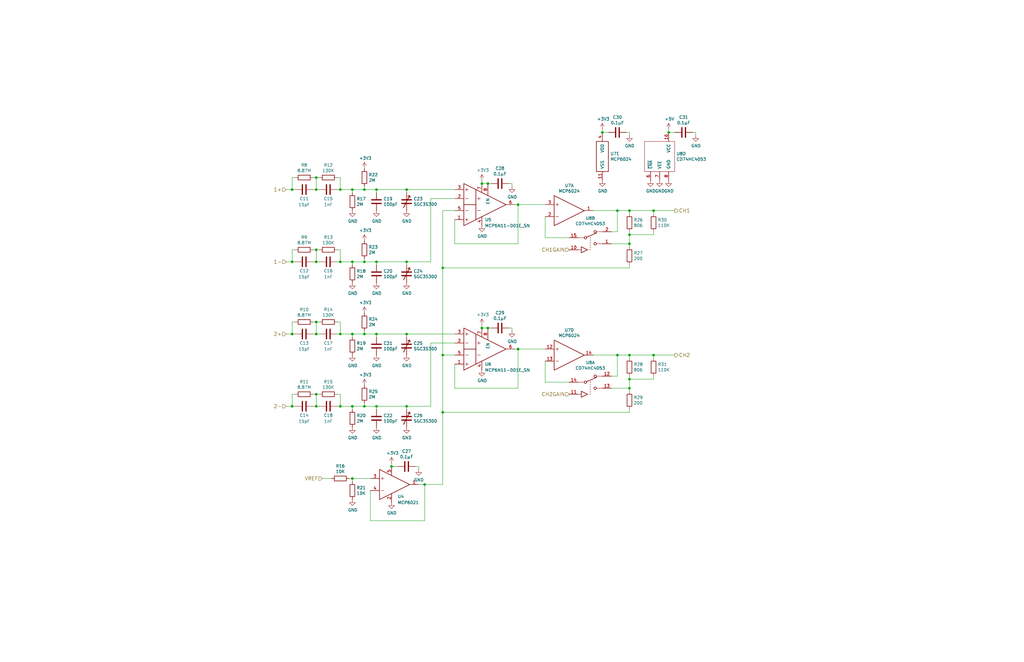
<source format=kicad_sch>
(kicad_sch (version 20211123) (generator eeschema)
  (paper "B")
  (title_block (title "Scope") (date "2021-06-14") (company "Olin College"))
  (lib_symbols
    (symbol "Device:C" (pin_numbers hide) (pin_names (offset 0.254))
      (property "Reference" "C" (at 0.635 2.54 0))
      (property "Value" "C" (at 0.635 -2.54 0))
      (symbol "C_0_1"
        (polyline (pts (xy -2.032 -0.762) (xy 2.032 -0.762)) (stroke (width 0.508)))
        (polyline (pts (xy -2.032 0.762) (xy 2.032 0.762)) (stroke (width 0.508)))
      )
      (symbol "C_1_1"
        (pin passive line (at 0 3.81 270) (length 2.794) (name "~") (number "1"))
        (pin passive line (at 0 -3.81 90) (length 2.794) (name "~") (number "2"))
      )
    )
    (symbol "Device:C_Variable" (pin_numbers hide) (pin_names (offset 0.254) hide)
      (property "Reference" "C" (at 0.635 -1.905 0))
      (property "Value" "C_Variable" (at 0.635 -3.81 0))
      (symbol "C_Variable_0_1"
        (polyline (pts (xy -2.032 -0.762) (xy 2.032 -0.762)) (stroke (width 0.508)))
        (polyline (pts (xy -2.032 0.762) (xy 2.032 0.762)) (stroke (width 0.508)))
        (polyline (pts (xy 1.27 2.54) (xy -1.27 -2.54)) (stroke (width 0.3048)))
        (polyline (pts (xy 1.27 2.54) (xy 0.508 2.286)) (stroke (width 0.3048)))
        (polyline (pts (xy 1.27 2.54) (xy 1.524 1.778)) (stroke (width 0.3048)))
      )
      (symbol "C_Variable_1_1"
        (pin passive line (at 0 3.81 270) (length 3.048) (name "~") (number "1"))
        (pin passive line (at 0 -3.81 90) (length 3.048) (name "~") (number "2"))
      )
    )
    (symbol "Device:R" (pin_numbers hide) (pin_names (offset 0))
      (property "Reference" "R" (at 2.032 0 90))
      (property "Value" "R" (at 0 0 90))
      (symbol "R_0_1"
        (rectangle (start -1.016 -2.54) (end 1.016 2.54) (stroke (width 0.254)))
      )
      (symbol "R_1_1"
        (pin passive line (at 0 3.81 270) (length 1.27) (name "~") (number "1"))
        (pin passive line (at 0 -3.81 90) (length 1.27) (name "~") (number "2"))
      )
    )
    (symbol "Eclectronics:CD74HC4053" (pin_names (offset 1.016))
      (property "Reference" "U" (at -5.08 10.16 0))
      (property "Value" "CD74HC4053" (at -5.08 7.62 0))
      (symbol "CD74HC4053_1_1"
        (circle (center -2.032 0) (radius 0.508) (stroke (width 0.254)))
        (polyline (pts (xy -3.81 -5.08) (xy -5.08 -5.08)))
        (polyline (pts (xy -2.54 0) (xy -5.08 0)))
        (polyline (pts (xy -1.524 0.254) (xy 2.667 2.032)) (stroke (width 0.254)))
        (polyline (pts (xy -1.27 -5.08) (xy -0.762 -5.08)))
        (polyline (pts (xy 0 -4.318) (xy 0 -3.81)))
        (polyline (pts (xy 0 -3.302) (xy 0 -2.794)))
        (polyline (pts (xy 0 -2.286) (xy 0 -1.778)))
        (polyline (pts (xy 0 -1.27) (xy 0 -0.762)))
        (polyline (pts (xy 0 -0.254) (xy 0 0.254)))
        (polyline (pts (xy 2.54 -2.54) (xy 5.08 -2.54)))
        (polyline (pts (xy 2.54 2.54) (xy 5.08 2.54)))
        (polyline (pts (xy -0.254 -5.08) (xy 0 -5.08) (xy 0 -4.826)))
        (polyline (pts (xy -3.81 -3.81) (xy -1.27 -5.08) (xy -3.81 -6.35) (xy -3.81 -3.81)) (stroke (width 0.254)))
        (circle (center 2.032 -2.54) (radius 0.508) (stroke (width 0.254)))
        (circle (center 2.032 2.54) (radius 0.508) (stroke (width 0.254)))
        (pin input line (at -8.89 -5.08 0) (length 3.81) (name "~") (number "11"))
        (pin passive line (at 8.89 2.54 180) (length 3.81) (name "~") (number "12"))
        (pin passive line (at 8.89 -2.54 180) (length 3.81) (name "~") (number "13"))
        (pin passive line (at -8.89 0 0) (length 3.81) (name "~") (number "14"))
      )
      (symbol "CD74HC4053_2_1"
        (circle (center -2.032 0) (radius 0.508) (stroke (width 0.254)))
        (polyline (pts (xy -5.08 -5.08) (xy -3.81 -5.08)))
        (polyline (pts (xy -2.54 0) (xy -5.08 0)))
        (polyline (pts (xy -1.524 0.254) (xy 2.667 2.032)) (stroke (width 0.254)))
        (polyline (pts (xy -1.27 -5.08) (xy -0.762 -5.08)))
        (polyline (pts (xy 0 -4.318) (xy 0 -3.81)))
        (polyline (pts (xy 0 -3.302) (xy 0 -2.794)))
        (polyline (pts (xy 0 -2.286) (xy 0 -1.778)))
        (polyline (pts (xy 0 -0.254) (xy 0 0.254)))
        (polyline (pts (xy 2.54 -2.54) (xy 5.08 -2.54)))
        (polyline (pts (xy 2.54 2.54) (xy 5.08 2.54)))
        (polyline (pts (xy -0.254 -5.08) (xy 0 -5.08) (xy 0 -4.826)))
        (polyline (pts (xy 0 -1.27) (xy 0 -0.762) (xy 0 -1.016)))
        (polyline (pts (xy -3.81 -5.08) (xy -3.81 -3.81) (xy -1.27 -5.08) (xy -3.81 -6.35) (xy -3.81 -5.08)) (stroke (width 0.254)))
        (circle (center 2.032 -2.54) (radius 0.508) (stroke (width 0.254)))
        (circle (center 2.032 2.54) (radius 0.508) (stroke (width 0.254)))
        (pin passive line (at 8.89 -2.54 180) (length 3.81) (name "~") (number "1"))
        (pin input line (at -8.89 -5.08 0) (length 3.81) (name "~") (number "10"))
        (pin passive line (at -8.89 0 0) (length 3.81) (name "~") (number "15"))
        (pin passive line (at 8.89 2.54 180) (length 3.81) (name "~") (number "2"))
      )
      (symbol "CD74HC4053_3_1"
        (circle (center -2.032 0) (radius 0.508) (stroke (width 0.254)))
        (polyline (pts (xy -5.08 -5.08) (xy -3.81 -5.08)))
        (polyline (pts (xy -2.54 0) (xy -5.08 0)))
        (polyline (pts (xy -1.524 0.254) (xy 2.667 2.032)) (stroke (width 0.254)))
        (polyline (pts (xy -1.27 -5.08) (xy -0.762 -5.08)))
        (polyline (pts (xy 0 -4.318) (xy 0 -3.81)))
        (polyline (pts (xy 0 -3.302) (xy 0 -2.794)))
        (polyline (pts (xy 0 -2.286) (xy 0 -1.778)))
        (polyline (pts (xy 0 -0.254) (xy 0 0.254)))
        (polyline (pts (xy 2.54 -2.54) (xy 5.08 -2.54)))
        (polyline (pts (xy 2.54 2.54) (xy 5.08 2.54)))
        (polyline (pts (xy -0.254 -5.08) (xy 0 -5.08) (xy 0 -4.826)))
        (polyline (pts (xy 0 -1.27) (xy 0 -0.762) (xy 0 -1.016)))
        (polyline (pts (xy -3.81 -5.08) (xy -3.81 -3.81) (xy -1.27 -5.08) (xy -3.81 -6.35) (xy -3.81 -5.08)) (stroke (width 0.254)))
        (circle (center 2.032 -2.54) (radius 0.508) (stroke (width 0.254)))
        (circle (center 2.032 2.54) (radius 0.508) (stroke (width 0.254)))
        (pin passive line (at 8.89 -2.54 180) (length 3.81) (name "~") (number "3"))
        (pin passive line (at -8.89 0 0) (length 3.81) (name "~") (number "4"))
        (pin passive line (at 8.89 2.54 180) (length 3.81) (name "~") (number "5"))
        (pin input line (at -8.89 -5.08 0) (length 3.81) (name "~") (number "9"))
      )
      (symbol "CD74HC4053_4_1"
        (rectangle (start -6.35 6.35) (end 6.35 -6.35))
        (pin power_in line (at 3.81 10.16 270) (length 3.81) (name "VCC") (number "16"))
        (pin input line (at -3.81 -10.16 90) (length 3.81) (name "~{ENA}") (number "6"))
        (pin power_in line (at 0 -10.16 90) (length 3.81) (name "VEE") (number "7"))
        (pin power_in line (at 3.81 -10.16 90) (length 3.81) (name "GND") (number "8"))
      )
    )
    (symbol "Eclectronics:MCP6021"
      (property "Reference" "U" (at 2.54 -3.81 0))
      (property "Value" "MCP6021" (at 2.54 -6.35 0))
      (symbol "MCP6021_0_1"
        (polyline (pts (xy -4.445 -2.54) (xy -3.175 -2.54)))
        (polyline (pts (xy -4.445 2.54) (xy -3.175 2.54)))
        (polyline (pts (xy -3.81 3.175) (xy -3.81 1.905)))
        (polyline (pts (xy -5.08 6.35) (xy 7.62 0) (xy -5.08 -6.35) (xy -5.08 6.35)) (stroke (width 0.254)))
        (pin power_in line (at 0 -7.62 90) (length 3.81) (name "~") (number "2"))
        (pin power_in line (at 0 7.62 270) (length 3.81) (name "~") (number "5"))
      )
      (symbol "MCP6021_1_1"
        (pin output line (at 11.43 0 180) (length 3.81) (name "~") (number "1"))
        (pin input line (at -8.89 2.54 0) (length 3.81) (name "~") (number "3"))
        (pin input line (at -8.89 -2.54 0) (length 3.81) (name "~") (number "4"))
      )
    )
    (symbol "Eclectronics:MCP6024" (pin_names (offset 1.016))
      (property "Reference" "U" (at 6.35 -3.81 0))
      (property "Value" "MCP6024" (at 6.35 -6.35 0))
      (symbol "MCP6024_1_1"
        (polyline (pts (xy -4.445 -2.54) (xy -3.175 -2.54)))
        (polyline (pts (xy -4.445 2.54) (xy -3.175 2.54)))
        (polyline (pts (xy -3.81 3.175) (xy -3.81 1.905)))
        (polyline (pts (xy -5.08 0) (xy -5.08 6.35) (xy 7.62 0) (xy -5.08 -6.35) (xy -5.08 0)) (stroke (width 0.254)))
        (pin output line (at 11.43 0 180) (length 3.81) (name "~") (number "1"))
        (pin input line (at -8.89 -2.54 0) (length 3.81) (name "~") (number "2"))
        (pin input line (at -8.89 2.54 0) (length 3.81) (name "~") (number "3"))
      )
      (symbol "MCP6024_2_1"
        (polyline (pts (xy -4.445 -2.54) (xy -3.175 -2.54)))
        (polyline (pts (xy -4.445 2.54) (xy -3.175 2.54)))
        (polyline (pts (xy -3.81 3.175) (xy -3.81 1.905)))
        (polyline (pts (xy -5.08 0) (xy -5.08 6.35) (xy 7.62 0) (xy -5.08 -6.35) (xy -5.08 0)) (stroke (width 0.254)))
        (pin output line (at -8.89 2.54 0) (length 3.81) (name "~") (number "5"))
        (pin output line (at -8.89 -2.54 0) (length 3.81) (name "~") (number "6"))
        (pin output line (at 11.43 0 180) (length 3.81) (name "~") (number "7"))
      )
      (symbol "MCP6024_3_1"
        (polyline (pts (xy -4.445 -2.54) (xy -3.175 -2.54)))
        (polyline (pts (xy -4.445 2.54) (xy -3.175 2.54)))
        (polyline (pts (xy -3.81 3.175) (xy -3.81 1.905)))
        (polyline (pts (xy -5.08 0) (xy -5.08 6.35) (xy 7.62 0) (xy -5.08 -6.35) (xy -5.08 0)) (stroke (width 0.254)))
        (pin input line (at -8.89 2.54 0) (length 3.81) (name "~") (number "10"))
        (pin output line (at 11.43 0 180) (length 3.81) (name "~") (number "8"))
        (pin input line (at -8.89 -2.54 0) (length 3.81) (name "~") (number "9"))
      )
      (symbol "MCP6024_4_1"
        (polyline (pts (xy -4.445 -2.54) (xy -3.175 -2.54)))
        (polyline (pts (xy -4.445 2.54) (xy -3.175 2.54)))
        (polyline (pts (xy -3.81 3.175) (xy -3.81 1.905)))
        (polyline (pts (xy -5.08 0) (xy -5.08 6.35) (xy 7.62 0) (xy -5.08 -6.35) (xy -5.08 0)) (stroke (width 0.254)))
        (pin input line (at -8.89 2.54 0) (length 3.81) (name "~") (number "12"))
        (pin input line (at -8.89 -2.54 0) (length 3.81) (name "~") (number "13"))
        (pin output line (at 11.43 0 180) (length 3.81) (name "~") (number "14"))
      )
      (symbol "MCP6024_5_1"
        (rectangle (start 2.54 -6.35) (end -2.54 6.35) (stroke (width 0.254)))
        (pin power_in line (at 0 -10.16 90) (length 3.81) (name "VSS") (number "11"))
        (pin power_in line (at 0 10.16 270) (length 3.81) (name "VDD") (number "4"))
      )
    )
    (symbol "Eclectronics:MCP6N11-001E_SN" (pin_names (offset 1.016))
      (property "Reference" "U" (at 7.62 -3.81 0))
      (property "Value" "MCP6N11-001E_SN" (at 7.62 -6.35 0))
      (symbol "MCP6N11-001E_SN_0_1"
        (polyline (pts (xy -7.62 0) (xy -2.54 0)) (stroke (width 0.254)))
        (polyline (pts (xy -6.985 -6.35) (xy -5.715 -6.35)))
        (polyline (pts (xy -6.985 -2.54) (xy -5.715 -2.54)))
        (polyline (pts (xy -6.985 2.54) (xy -5.715 2.54)))
        (polyline (pts (xy -6.985 6.35) (xy -5.715 6.35)))
        (polyline (pts (xy -6.35 -5.715) (xy -6.35 -6.985)))
        (polyline (pts (xy -6.35 6.985) (xy -6.35 5.715)))
        (polyline (pts (xy -1.905 -2.54) (xy -0.635 -2.54)))
        (polyline (pts (xy -1.905 2.54) (xy -0.635 2.54)))
        (polyline (pts (xy -1.27 3.175) (xy -1.27 1.905)))
        (polyline (pts (xy -2.54 6.35) (xy -7.62 8.89) (xy -7.62 -8.89) (xy -2.54 -6.35)) (stroke (width 0.254)))
        (polyline (pts (xy -2.54 0) (xy -2.54 6.35) (xy 10.16 0) (xy -2.54 -6.35) (xy -2.54 0)) (stroke (width 0.254)))
      )
      (symbol "MCP6N11-001E_SN_1_1"
        (pin input line (at -11.43 -6.35 0) (length 3.81) (name "~") (number "1"))
        (pin input line (at -11.43 2.54 0) (length 3.81) (name "~") (number "2"))
        (pin input line (at -11.43 6.35 0) (length 3.81) (name "~") (number "3"))
        (pin power_in line (at 0 -8.89 90) (length 3.81) (name "~") (number "4"))
        (pin input line (at -11.43 -2.54 0) (length 3.81) (name "~") (number "5"))
        (pin output line (at 13.97 0 180) (length 3.81) (name "~") (number "6"))
        (pin power_in line (at 0 8.89 270) (length 3.81) (name "~") (number "7"))
        (pin input line (at 2.54 8.89 270) (length 5.08) (name "EN") (number "8"))
      )
    )
    (symbol "power:+3V3" (power) (pin_names (offset 0))
      (property "Value" "+3V3" (at 0 3.556 0))
      (symbol "+3V3_0_1"
        (polyline (pts (xy -0.762 1.27) (xy 0 2.54)))
        (polyline (pts (xy 0 0) (xy 0 2.54)))
        (polyline (pts (xy 0 2.54) (xy 0.762 1.27)))
      )
      (symbol "+3V3_1_1"
        (pin power_in line (at 0 0 90) (length 0) hide (name "+3V3") (number "1"))
      )
    )
    (symbol "power:+5V" (power) (pin_names (offset 0))
      (property "Value" "+5V" (at 0 3.556 0))
      (symbol "+5V_0_1"
        (polyline (pts (xy -0.762 1.27) (xy 0 2.54)))
        (polyline (pts (xy 0 0) (xy 0 2.54)))
        (polyline (pts (xy 0 2.54) (xy 0.762 1.27)))
      )
      (symbol "+5V_1_1"
        (pin power_in line (at 0 0 90) (length 0) hide (name "+5V") (number "1"))
      )
    )
    (symbol "power:GND" (power) (pin_names (offset 0))
      (property "Value" "GND" (at 0 -3.81 0))
      (symbol "GND_0_1"
        (polyline (pts (xy 0 0) (xy 0 -1.27) (xy 1.27 -1.27) (xy 0 -2.54) (xy -1.27 -1.27) (xy 0 -1.27)))
      )
      (symbol "GND_1_1"
        (pin power_in line (at 0 0 270) (length 0) hide (name "GND") (number "1"))
      )
    )
  )
  (junction (at 218.44 86.36))
  (junction (at 158.75 80.01))
  (junction (at 275.59 88.9))
  (junction (at 123.19 140.97))
  (junction (at 265.43 102.87))
  (junction (at 171.45 110.49))
  (junction (at 153.67 140.97))
  (junction (at 133.35 166.37))
  (junction (at 158.75 110.49))
  (junction (at 186.69 173.99))
  (junction (at 171.45 171.45))
  (junction (at 153.67 80.01))
  (junction (at 143.51 80.01))
  (junction (at 179.07 204.47))
  (junction (at 265.43 149.86))
  (junction (at 133.35 74.93))
  (junction (at 281.94 55.88))
  (junction (at 165.1 196.85))
  (junction (at 153.67 171.45))
  (junction (at 133.35 140.97))
  (junction (at 153.67 110.49))
  (junction (at 265.43 99.06))
  (junction (at 171.45 80.01))
  (junction (at 254 55.88))
  (junction (at 143.51 171.45))
  (junction (at 123.19 110.49))
  (junction (at 205.74 138.43))
  (junction (at 133.35 110.49))
  (junction (at 218.44 147.32))
  (junction (at 133.35 105.41))
  (junction (at 203.2 77.47))
  (junction (at 205.74 77.47))
  (junction (at 260.35 149.86))
  (junction (at 158.75 171.45))
  (junction (at 123.19 171.45))
  (junction (at 186.69 149.86))
  (junction (at 143.51 140.97))
  (junction (at 148.59 171.45))
  (junction (at 203.2 138.43))
  (junction (at 148.59 80.01))
  (junction (at 143.51 110.49))
  (junction (at 260.35 88.9))
  (junction (at 148.59 140.97))
  (junction (at 265.43 163.83))
  (junction (at 133.35 80.01))
  (junction (at 123.19 80.01))
  (junction (at 265.43 88.9))
  (junction (at 275.59 149.86))
  (junction (at 148.59 201.93))
  (junction (at 186.69 113.03))
  (junction (at 158.75 140.97))
  (junction (at 148.59 110.49))
  (junction (at 171.45 140.97))
  (junction (at 133.35 135.89))
  (junction (at 265.43 160.02))
  (junction (at 133.35 171.45))
  (wire (pts (xy 265.43 151.13) (xy 265.43 149.86)))
  (wire (pts (xy 240.03 161.29) (xy 229.87 161.29)))
  (wire (pts (xy 143.51 80.01) (xy 148.59 80.01)))
  (wire (pts (xy 143.51 80.01) (xy 142.24 80.01)))
  (wire (pts (xy 153.67 78.74) (xy 153.67 80.01)))
  (wire (pts (xy 153.67 109.22) (xy 153.67 110.49)))
  (wire (pts (xy 132.08 74.93) (xy 133.35 74.93)))
  (wire (pts (xy 133.35 80.01) (xy 133.35 74.93)))
  (wire (pts (xy 143.51 140.97) (xy 148.59 140.97)))
  (wire (pts (xy 120.65 110.49) (xy 123.19 110.49)))
  (wire (pts (xy 171.45 80.01) (xy 171.45 81.28)))
  (wire (pts (xy 171.45 80.01) (xy 191.77 80.01)))
  (wire (pts (xy 120.65 140.97) (xy 123.19 140.97)))
  (wire (pts (xy 281.94 54.61) (xy 281.94 55.88)))
  (wire (pts (xy 175.26 196.85) (xy 176.53 196.85)))
  (wire (pts (xy 254 55.88) (xy 256.54 55.88)))
  (wire (pts (xy 265.43 99.06) (xy 265.43 102.87)))
  (wire (pts (xy 153.67 110.49) (xy 158.75 110.49)))
  (wire (pts (xy 153.67 140.97) (xy 158.75 140.97)))
  (wire (pts (xy 148.59 140.97) (xy 153.67 140.97)))
  (wire (pts (xy 167.64 196.85) (xy 165.1 196.85)))
  (wire (pts (xy 123.19 80.01) (xy 123.19 74.93)))
  (wire (pts (xy 257.81 158.75) (xy 260.35 158.75)))
  (wire (pts (xy 142.24 74.93) (xy 143.51 74.93)))
  (wire (pts (xy 275.59 90.17) (xy 275.59 88.9)))
  (wire (pts (xy 133.35 171.45) (xy 134.62 171.45)))
  (wire (pts (xy 123.19 140.97) (xy 123.19 135.89)))
  (wire (pts (xy 171.45 140.97) (xy 171.45 142.24)))
  (wire (pts (xy 148.59 201.93) (xy 156.21 201.93)))
  (wire (pts (xy 265.43 90.17) (xy 265.43 88.9)))
  (wire (pts (xy 205.74 138.43) (xy 207.01 138.43)))
  (wire (pts (xy 181.61 171.45) (xy 171.45 171.45)))
  (wire (pts (xy 218.44 86.36) (xy 229.87 86.36)))
  (wire (pts (xy 133.35 166.37) (xy 134.62 166.37)))
  (wire (pts (xy 132.08 135.89) (xy 133.35 135.89)))
  (wire (pts (xy 148.59 81.28) (xy 148.59 80.01)))
  (wire (pts (xy 143.51 105.41) (xy 143.51 110.49)))
  (wire (pts (xy 265.43 149.86) (xy 275.59 149.86)))
  (wire (pts (xy 158.75 171.45) (xy 171.45 171.45)))
  (wire (pts (xy 265.43 163.83) (xy 265.43 160.02)))
  (wire (pts (xy 191.77 88.9) (xy 186.69 88.9)))
  (wire (pts (xy 165.1 196.85) (xy 165.1 195.58)))
  (wire (pts (xy 265.43 113.03) (xy 186.69 113.03)))
  (wire (pts (xy 205.74 77.47) (xy 203.2 77.47)))
  (wire (pts (xy 260.35 88.9) (xy 265.43 88.9)))
  (wire (pts (xy 265.43 173.99) (xy 186.69 173.99)))
  (wire (pts (xy 133.35 110.49) (xy 134.62 110.49)))
  (wire (pts (xy 153.67 139.7) (xy 153.67 140.97)))
  (wire (pts (xy 123.19 74.93) (xy 124.46 74.93)))
  (wire (pts (xy 143.51 166.37) (xy 143.51 171.45)))
  (wire (pts (xy 191.77 163.83) (xy 191.77 153.67)))
  (wire (pts (xy 158.75 81.28) (xy 158.75 80.01)))
  (wire (pts (xy 143.51 110.49) (xy 142.24 110.49)))
  (wire (pts (xy 171.45 171.45) (xy 171.45 172.72)))
  (wire (pts (xy 143.51 110.49) (xy 148.59 110.49)))
  (wire (pts (xy 186.69 113.03) (xy 186.69 149.86)))
  (wire (pts (xy 203.2 137.16) (xy 203.2 138.43)))
  (wire (pts (xy 123.19 135.89) (xy 124.46 135.89)))
  (wire (pts (xy 158.75 172.72) (xy 158.75 171.45)))
  (wire (pts (xy 132.08 166.37) (xy 133.35 166.37)))
  (wire (pts (xy 191.77 144.78) (xy 181.61 144.78)))
  (wire (pts (xy 148.59 110.49) (xy 153.67 110.49)))
  (wire (pts (xy 265.43 158.75) (xy 265.43 160.02)))
  (wire (pts (xy 158.75 110.49) (xy 171.45 110.49)))
  (wire (pts (xy 250.19 88.9) (xy 260.35 88.9)))
  (wire (pts (xy 132.08 80.01) (xy 133.35 80.01)))
  (wire (pts (xy 158.75 111.76) (xy 158.75 110.49)))
  (wire (pts (xy 265.43 111.76) (xy 265.43 113.03)))
  (wire (pts (xy 171.45 140.97) (xy 191.77 140.97)))
  (wire (pts (xy 179.07 219.71) (xy 156.21 219.71)))
  (wire (pts (xy 260.35 97.79) (xy 260.35 88.9)))
  (wire (pts (xy 123.19 105.41) (xy 124.46 105.41)))
  (wire (pts (xy 171.45 110.49) (xy 181.61 110.49)))
  (wire (pts (xy 147.32 201.93) (xy 148.59 201.93)))
  (wire (pts (xy 142.24 166.37) (xy 143.51 166.37)))
  (wire (pts (xy 123.19 171.45) (xy 123.19 166.37)))
  (wire (pts (xy 250.19 149.86) (xy 260.35 149.86)))
  (wire (pts (xy 186.69 149.86) (xy 186.69 173.99)))
  (wire (pts (xy 260.35 158.75) (xy 260.35 149.86)))
  (wire (pts (xy 120.65 80.01) (xy 123.19 80.01)))
  (wire (pts (xy 205.74 77.47) (xy 207.01 77.47)))
  (wire (pts (xy 132.08 171.45) (xy 133.35 171.45)))
  (wire (pts (xy 123.19 80.01) (xy 124.46 80.01)))
  (wire (pts (xy 265.43 172.72) (xy 265.43 173.99)))
  (wire (pts (xy 181.61 144.78) (xy 181.61 171.45)))
  (wire (pts (xy 148.59 80.01) (xy 153.67 80.01)))
  (wire (pts (xy 133.35 110.49) (xy 133.35 105.41)))
  (wire (pts (xy 275.59 160.02) (xy 275.59 158.75)))
  (wire (pts (xy 133.35 80.01) (xy 134.62 80.01)))
  (wire (pts (xy 143.51 74.93) (xy 143.51 80.01)))
  (wire (pts (xy 133.35 171.45) (xy 133.35 166.37)))
  (wire (pts (xy 148.59 171.45) (xy 153.67 171.45)))
  (wire (pts (xy 275.59 97.79) (xy 275.59 99.06)))
  (wire (pts (xy 176.53 204.47) (xy 179.07 204.47)))
  (wire (pts (xy 257.81 97.79) (xy 260.35 97.79)))
  (wire (pts (xy 275.59 151.13) (xy 275.59 149.86)))
  (wire (pts (xy 218.44 147.32) (xy 229.87 147.32)))
  (wire (pts (xy 215.9 77.47) (xy 215.9 78.74)))
  (wire (pts (xy 158.75 80.01) (xy 171.45 80.01)))
  (wire (pts (xy 176.53 196.85) (xy 176.53 198.12)))
  (wire (pts (xy 265.43 97.79) (xy 265.43 99.06)))
  (wire (pts (xy 133.35 105.41) (xy 134.62 105.41)))
  (wire (pts (xy 132.08 105.41) (xy 133.35 105.41)))
  (wire (pts (xy 148.59 142.24) (xy 148.59 140.97)))
  (wire (pts (xy 142.24 105.41) (xy 143.51 105.41)))
  (wire (pts (xy 265.43 160.02) (xy 275.59 160.02)))
  (wire (pts (xy 218.44 102.87) (xy 218.44 86.36)))
  (wire (pts (xy 260.35 149.86) (xy 265.43 149.86)))
  (wire (pts (xy 179.07 204.47) (xy 186.69 204.47)))
  (wire (pts (xy 275.59 149.86) (xy 284.48 149.86)))
  (wire (pts (xy 218.44 163.83) (xy 191.77 163.83)))
  (wire (pts (xy 229.87 91.44) (xy 229.87 100.33)))
  (wire (pts (xy 265.43 88.9) (xy 275.59 88.9)))
  (wire (pts (xy 148.59 203.2) (xy 148.59 201.93)))
  (wire (pts (xy 123.19 110.49) (xy 123.19 105.41)))
  (wire (pts (xy 133.35 140.97) (xy 134.62 140.97)))
  (wire (pts (xy 143.51 171.45) (xy 148.59 171.45)))
  (wire (pts (xy 135.89 201.93) (xy 139.7 201.93)))
  (wire (pts (xy 148.59 111.76) (xy 148.59 110.49)))
  (wire (pts (xy 293.37 55.88) (xy 293.37 57.15)))
  (wire (pts (xy 214.63 138.43) (xy 215.9 138.43)))
  (wire (pts (xy 229.87 100.33) (xy 240.03 100.33)))
  (wire (pts (xy 254 54.61) (xy 254 55.88)))
  (wire (pts (xy 186.69 88.9) (xy 186.69 113.03)))
  (wire (pts (xy 205.74 138.43) (xy 203.2 138.43)))
  (wire (pts (xy 158.75 140.97) (xy 171.45 140.97)))
  (wire (pts (xy 171.45 110.49) (xy 171.45 111.76)))
  (wire (pts (xy 218.44 86.36) (xy 217.17 86.36)))
  (wire (pts (xy 186.69 173.99) (xy 186.69 204.47)))
  (wire (pts (xy 123.19 110.49) (xy 124.46 110.49)))
  (wire (pts (xy 191.77 92.71) (xy 191.77 102.87)))
  (wire (pts (xy 229.87 161.29) (xy 229.87 152.4)))
  (wire (pts (xy 292.1 55.88) (xy 293.37 55.88)))
  (wire (pts (xy 132.08 110.49) (xy 133.35 110.49)))
  (wire (pts (xy 191.77 102.87) (xy 218.44 102.87)))
  (wire (pts (xy 132.08 140.97) (xy 133.35 140.97)))
  (wire (pts (xy 281.94 55.88) (xy 284.48 55.88)))
  (wire (pts (xy 133.35 135.89) (xy 134.62 135.89)))
  (wire (pts (xy 257.81 102.87) (xy 265.43 102.87)))
  (wire (pts (xy 275.59 88.9) (xy 284.48 88.9)))
  (wire (pts (xy 191.77 149.86) (xy 186.69 149.86)))
  (wire (pts (xy 265.43 55.88) (xy 265.43 57.15)))
  (wire (pts (xy 153.67 171.45) (xy 158.75 171.45)))
  (wire (pts (xy 218.44 147.32) (xy 218.44 163.83)))
  (wire (pts (xy 143.51 135.89) (xy 143.51 140.97)))
  (wire (pts (xy 156.21 219.71) (xy 156.21 207.01)))
  (wire (pts (xy 203.2 76.2) (xy 203.2 77.47)))
  (wire (pts (xy 158.75 142.24) (xy 158.75 140.97)))
  (wire (pts (xy 153.67 170.18) (xy 153.67 171.45)))
  (wire (pts (xy 142.24 135.89) (xy 143.51 135.89)))
  (wire (pts (xy 123.19 171.45) (xy 124.46 171.45)))
  (wire (pts (xy 123.19 140.97) (xy 124.46 140.97)))
  (wire (pts (xy 123.19 166.37) (xy 124.46 166.37)))
  (wire (pts (xy 215.9 138.43) (xy 215.9 139.7)))
  (wire (pts (xy 275.59 99.06) (xy 265.43 99.06)))
  (wire (pts (xy 217.17 147.32) (xy 218.44 147.32)))
  (wire (pts (xy 265.43 104.14) (xy 265.43 102.87)))
  (wire (pts (xy 264.16 55.88) (xy 265.43 55.88)))
  (wire (pts (xy 265.43 165.1) (xy 265.43 163.83)))
  (wire (pts (xy 153.67 80.01) (xy 158.75 80.01)))
  (wire (pts (xy 181.61 110.49) (xy 181.61 83.82)))
  (wire (pts (xy 257.81 163.83) (xy 265.43 163.83)))
  (wire (pts (xy 143.51 171.45) (xy 142.24 171.45)))
  (wire (pts (xy 214.63 77.47) (xy 215.9 77.47)))
  (wire (pts (xy 179.07 204.47) (xy 179.07 219.71)))
  (wire (pts (xy 133.35 140.97) (xy 133.35 135.89)))
  (wire (pts (xy 148.59 172.72) (xy 148.59 171.45)))
  (wire (pts (xy 120.65 171.45) (xy 123.19 171.45)))
  (wire (pts (xy 133.35 74.93) (xy 134.62 74.93)))
  (wire (pts (xy 181.61 83.82) (xy 191.77 83.82)))
  (wire (pts (xy 143.51 140.97) (xy 142.24 140.97)))
  (hierarchical_label "2-" (shape input) (at 120.65 171.45 180) (effects (font (size 1.524 1.524))))
  (hierarchical_label "2+" (shape input) (at 120.65 140.97 180) (effects (font (size 1.524 1.524))))
  (hierarchical_label "CH2" (shape output) (at 284.48 149.86 0) (effects (font (size 1.524 1.524))))
  (hierarchical_label "VREF" (shape input) (at 135.89 201.93 180) (effects (font (size 1.524 1.524))))
  (hierarchical_label "CH1" (shape output) (at 284.48 88.9 0) (effects (font (size 1.524 1.524))))
  (hierarchical_label "1-" (shape input) (at 120.65 110.49 180) (effects (font (size 1.524 1.524))))
  (hierarchical_label "CH2GAIN" (shape input) (at 240.03 166.37 180) (effects (font (size 1.524 1.524))))
  (hierarchical_label "1+" (shape input) (at 120.65 80.01 180) (effects (font (size 1.524 1.524))))
  (hierarchical_label "CH1GAIN" (shape input) (at 240.03 105.41 180) (effects (font (size 1.524 1.524))))
  (symbol (lib_id "Eclectronics:MCP6021") (at 165.1 204.47 0) (unit 1)
    (property "Reference" "U4" (at 167.64 209.55 0) (effects (justify left)))
    (property "Value" "MCP6021" (at 167.64 212.09 0) (effects (justify left)))
    (property "Footprint" "Package_TO_SOT_SMD:SOT-23-5" (effects hide))
  )
  (symbol (lib_id "power:GND") (at 165.1 212.09 0) (unit 1)
    (property "Reference" "#PWR048" (effects hide))
    (property "Value" "GND" (at 165.227 216.4842 0))
  )
  (symbol (lib_id "power:+3V3") (at 165.1 195.58 0) (unit 1)
    (property "Reference" "#PWR047" (effects hide))
    (property "Value" "+3V3" (at 165.481 191.1858 0))
  )
  (symbol (lib_id "Device:C") (at 171.45 196.85 270) (unit 1)
    (property "Reference" "C27" (at 171.45 190.4492 90))
    (property "Value" "0.1µF" (at 171.45 192.7606 90))
    (property "Footprint" "Capacitor_SMD:C_0603_1608Metric" (effects hide))
  )
  (symbol (lib_id "power:GND") (at 176.53 198.12 0) (unit 1)
    (property "Reference" "#PWR053" (effects hide))
    (property "Value" "GND" (at 176.657 202.5142 0))
  )
  (symbol (lib_id "Device:R") (at 148.59 207.01 180) (unit 1)
    (property "Reference" "R21" (at 150.368 205.8416 0) (effects (justify right)))
    (property "Value" "10K" (at 150.368 208.153 0) (effects (justify right)))
    (property "Footprint" "Resistor_SMD:R_0603_1608Metric" (effects hide))
  )
  (symbol (lib_id "power:GND") (at 148.59 210.82 0) (unit 1)
    (property "Reference" "#PWR038" (effects hide))
    (property "Value" "GND" (at 148.717 215.2142 0))
  )
  (symbol (lib_id "Device:R") (at 143.51 201.93 270) (unit 1)
    (property "Reference" "R16" (at 143.51 196.6722 90))
    (property "Value" "10K" (at 143.51 198.9836 90))
    (property "Footprint" "Resistor_SMD:R_0603_1608Metric" (effects hide))
  )
  (symbol (lib_id "Device:R") (at 128.27 74.93 270) (unit 1)
    (property "Reference" "R8" (at 128.27 69.6722 90))
    (property "Value" "8.87M" (at 128.27 71.9836 90))
    (property "Footprint" "Resistor_SMD:R_0805_2012Metric" (effects hide))
  )
  (symbol (lib_id "Device:C_Variable") (at 171.45 85.09 0) (unit 1)
    (property "Reference" "C23" (at 174.371 83.9216 0) (effects (justify left)))
    (property "Value" "SGC3S300" (at 174.371 86.233 0) (effects (justify left)))
    (property "Footprint" "Capacitor_SMD:C_Trimmer_Sprague-Goodman_SGC3" (effects hide))
  )
  (symbol (lib_id "Device:C") (at 128.27 80.01 90) (unit 1)
    (property "Reference" "C11" (at 128.27 83.82 90))
    (property "Value" "15pF" (at 128.27 86.36 90))
    (property "Footprint" "Capacitor_SMD:C_0603_1608Metric" (effects hide))
  )
  (symbol (lib_id "Device:R") (at 138.43 74.93 270) (unit 1)
    (property "Reference" "R12" (at 138.43 69.6722 90))
    (property "Value" "130K" (at 138.43 71.9836 90))
    (property "Footprint" "Resistor_SMD:R_0603_1608Metric" (effects hide))
  )
  (symbol (lib_id "Device:C") (at 138.43 80.01 90) (unit 1)
    (property "Reference" "C15" (at 138.43 83.82 90))
    (property "Value" "1nF" (at 138.43 86.36 90))
    (property "Footprint" "Capacitor_SMD:C_0603_1608Metric" (effects hide))
  )
  (symbol (lib_id "Device:C") (at 158.75 85.09 0) (unit 1)
    (property "Reference" "C19" (at 161.671 83.9216 0) (effects (justify left)))
    (property "Value" "100pF" (at 161.671 86.233 0) (effects (justify left)))
    (property "Footprint" "Capacitor_SMD:C_0603_1608Metric" (effects hide))
  )
  (symbol (lib_id "Device:R") (at 153.67 74.93 180) (unit 1)
    (property "Reference" "R22" (at 155.448 73.7616 0) (effects (justify right)))
    (property "Value" "2M" (at 155.448 76.073 0) (effects (justify right)))
    (property "Footprint" "Resistor_SMD:R_0603_1608Metric" (effects hide))
  )
  (symbol (lib_id "Device:R") (at 148.59 85.09 180) (unit 1)
    (property "Reference" "R17" (at 150.368 83.9216 0) (effects (justify right)))
    (property "Value" "2M" (at 150.368 86.233 0) (effects (justify right)))
    (property "Footprint" "Resistor_SMD:R_0603_1608Metric" (effects hide))
  )
  (symbol (lib_id "power:GND") (at 148.59 88.9 0) (unit 1)
    (property "Reference" "#PWR034" (effects hide))
    (property "Value" "GND" (at 148.717 93.2942 0))
  )
  (symbol (lib_id "power:GND") (at 158.75 88.9 0) (unit 1)
    (property "Reference" "#PWR043" (effects hide))
    (property "Value" "GND" (at 158.877 93.2942 0))
  )
  (symbol (lib_id "power:GND") (at 171.45 88.9 0) (unit 1)
    (property "Reference" "#PWR049" (effects hide))
    (property "Value" "GND" (at 171.577 93.2942 0))
  )
  (symbol (lib_id "power:+3V3") (at 153.67 71.12 0) (unit 1)
    (property "Reference" "#PWR039" (effects hide))
    (property "Value" "+3V3" (at 154.051 66.7258 0))
  )
  (symbol (lib_id "Device:R") (at 128.27 105.41 270) (unit 1)
    (property "Reference" "R9" (at 128.27 100.1522 90))
    (property "Value" "8.87M" (at 128.27 102.4636 90))
    (property "Footprint" "Resistor_SMD:R_0805_2012Metric" (effects hide))
  )
  (symbol (lib_id "Device:C_Variable") (at 171.45 115.57 0) (unit 1)
    (property "Reference" "C24" (at 174.371 114.4016 0) (effects (justify left)))
    (property "Value" "SGC3S300" (at 174.371 116.713 0) (effects (justify left)))
    (property "Footprint" "Capacitor_SMD:C_Trimmer_Sprague-Goodman_SGC3" (effects hide))
  )
  (symbol (lib_id "Device:C") (at 128.27 110.49 90) (unit 1)
    (property "Reference" "C12" (at 128.27 114.3 90))
    (property "Value" "15pF" (at 128.27 116.84 90))
    (property "Footprint" "Capacitor_SMD:C_0603_1608Metric" (effects hide))
  )
  (symbol (lib_id "Device:R") (at 138.43 105.41 270) (unit 1)
    (property "Reference" "R13" (at 138.43 100.1522 90))
    (property "Value" "130K" (at 138.43 102.4636 90))
    (property "Footprint" "Resistor_SMD:R_0603_1608Metric" (effects hide))
  )
  (symbol (lib_id "Device:C") (at 138.43 110.49 90) (unit 1)
    (property "Reference" "C16" (at 138.43 114.3 90))
    (property "Value" "1nF" (at 138.43 116.84 90))
    (property "Footprint" "Capacitor_SMD:C_0603_1608Metric" (effects hide))
  )
  (symbol (lib_id "Device:C") (at 158.75 115.57 0) (unit 1)
    (property "Reference" "C20" (at 161.671 114.4016 0) (effects (justify left)))
    (property "Value" "100pF" (at 161.671 116.713 0) (effects (justify left)))
    (property "Footprint" "Capacitor_SMD:C_0603_1608Metric" (effects hide))
  )
  (symbol (lib_id "Device:R") (at 153.67 105.41 180) (unit 1)
    (property "Reference" "R23" (at 155.448 104.2416 0) (effects (justify right)))
    (property "Value" "2M" (at 155.448 106.553 0) (effects (justify right)))
    (property "Footprint" "Resistor_SMD:R_0603_1608Metric" (effects hide))
  )
  (symbol (lib_id "Device:R") (at 148.59 115.57 180) (unit 1)
    (property "Reference" "R18" (at 150.368 114.4016 0) (effects (justify right)))
    (property "Value" "2M" (at 150.368 116.713 0) (effects (justify right)))
    (property "Footprint" "Resistor_SMD:R_0603_1608Metric" (effects hide))
  )
  (symbol (lib_id "power:GND") (at 148.59 119.38 0) (unit 1)
    (property "Reference" "#PWR035" (effects hide))
    (property "Value" "GND" (at 148.717 123.7742 0))
  )
  (symbol (lib_id "power:GND") (at 158.75 119.38 0) (unit 1)
    (property "Reference" "#PWR044" (effects hide))
    (property "Value" "GND" (at 158.877 123.7742 0))
  )
  (symbol (lib_id "power:GND") (at 171.45 119.38 0) (unit 1)
    (property "Reference" "#PWR050" (effects hide))
    (property "Value" "GND" (at 171.577 123.7742 0))
  )
  (symbol (lib_id "power:+3V3") (at 153.67 101.6 0) (unit 1)
    (property "Reference" "#PWR040" (effects hide))
    (property "Value" "+3V3" (at 154.051 97.2058 0))
  )
  (symbol (lib_id "Device:R") (at 128.27 135.89 270) (unit 1)
    (property "Reference" "R10" (at 128.27 130.6322 90))
    (property "Value" "8.87M" (at 128.27 132.9436 90))
    (property "Footprint" "Resistor_SMD:R_0805_2012Metric" (effects hide))
  )
  (symbol (lib_id "Device:C_Variable") (at 171.45 146.05 0) (unit 1)
    (property "Reference" "C25" (at 174.371 144.8816 0) (effects (justify left)))
    (property "Value" "SGC3S300" (at 174.371 147.193 0) (effects (justify left)))
    (property "Footprint" "Capacitor_SMD:C_Trimmer_Sprague-Goodman_SGC3" (effects hide))
  )
  (symbol (lib_id "Device:C") (at 128.27 140.97 90) (unit 1)
    (property "Reference" "C13" (at 128.27 144.78 90))
    (property "Value" "15pF" (at 128.27 147.32 90))
    (property "Footprint" "Capacitor_SMD:C_0603_1608Metric" (effects hide))
  )
  (symbol (lib_id "Device:R") (at 138.43 135.89 270) (unit 1)
    (property "Reference" "R14" (at 138.43 130.6322 90))
    (property "Value" "130K" (at 138.43 132.9436 90))
    (property "Footprint" "Resistor_SMD:R_0603_1608Metric" (effects hide))
  )
  (symbol (lib_id "Device:C") (at 138.43 140.97 90) (unit 1)
    (property "Reference" "C17" (at 138.43 144.78 90))
    (property "Value" "1nF" (at 138.43 147.32 90))
    (property "Footprint" "Capacitor_SMD:C_0603_1608Metric" (effects hide))
  )
  (symbol (lib_id "Device:C") (at 158.75 146.05 0) (unit 1)
    (property "Reference" "C21" (at 161.671 144.8816 0) (effects (justify left)))
    (property "Value" "100pF" (at 161.671 147.193 0) (effects (justify left)))
    (property "Footprint" "Capacitor_SMD:C_0603_1608Metric" (effects hide))
  )
  (symbol (lib_id "Device:R") (at 153.67 135.89 180) (unit 1)
    (property "Reference" "R24" (at 155.448 134.7216 0) (effects (justify right)))
    (property "Value" "2M" (at 155.448 137.033 0) (effects (justify right)))
    (property "Footprint" "Resistor_SMD:R_0603_1608Metric" (effects hide))
  )
  (symbol (lib_id "Device:R") (at 148.59 146.05 180) (unit 1)
    (property "Reference" "R19" (at 150.368 144.8816 0) (effects (justify right)))
    (property "Value" "2M" (at 150.368 147.193 0) (effects (justify right)))
    (property "Footprint" "Resistor_SMD:R_0603_1608Metric" (effects hide))
  )
  (symbol (lib_id "power:GND") (at 148.59 149.86 0) (unit 1)
    (property "Reference" "#PWR036" (effects hide))
    (property "Value" "GND" (at 148.717 154.2542 0))
  )
  (symbol (lib_id "power:GND") (at 158.75 149.86 0) (unit 1)
    (property "Reference" "#PWR045" (effects hide))
    (property "Value" "GND" (at 158.877 154.2542 0))
  )
  (symbol (lib_id "power:GND") (at 171.45 149.86 0) (unit 1)
    (property "Reference" "#PWR051" (effects hide))
    (property "Value" "GND" (at 171.577 154.2542 0))
  )
  (symbol (lib_id "power:+3V3") (at 153.67 132.08 0) (unit 1)
    (property "Reference" "#PWR041" (effects hide))
    (property "Value" "+3V3" (at 154.051 127.6858 0))
  )
  (symbol (lib_id "Device:R") (at 128.27 166.37 270) (unit 1)
    (property "Reference" "R11" (at 128.27 161.1122 90))
    (property "Value" "8.87M" (at 128.27 163.4236 90))
    (property "Footprint" "Resistor_SMD:R_0805_2012Metric" (effects hide))
  )
  (symbol (lib_id "Device:C_Variable") (at 171.45 176.53 0) (unit 1)
    (property "Reference" "C26" (at 174.371 175.3616 0) (effects (justify left)))
    (property "Value" "SGC3S300" (at 174.371 177.673 0) (effects (justify left)))
    (property "Footprint" "Capacitor_SMD:C_Trimmer_Sprague-Goodman_SGC3" (effects hide))
  )
  (symbol (lib_id "Device:C") (at 128.27 171.45 90) (unit 1)
    (property "Reference" "C14" (at 128.27 175.26 90))
    (property "Value" "15pF" (at 128.27 177.8 90))
    (property "Footprint" "Capacitor_SMD:C_0603_1608Metric" (effects hide))
  )
  (symbol (lib_id "Device:R") (at 138.43 166.37 270) (unit 1)
    (property "Reference" "R15" (at 138.43 161.1122 90))
    (property "Value" "130K" (at 138.43 163.4236 90))
    (property "Footprint" "Resistor_SMD:R_0603_1608Metric" (effects hide))
  )
  (symbol (lib_id "Device:C") (at 138.43 171.45 90) (unit 1)
    (property "Reference" "C18" (at 138.43 175.26 90))
    (property "Value" "1nF" (at 138.43 177.8 90))
    (property "Footprint" "Capacitor_SMD:C_0603_1608Metric" (effects hide))
  )
  (symbol (lib_id "Device:C") (at 158.75 176.53 0) (unit 1)
    (property "Reference" "C22" (at 161.671 175.3616 0) (effects (justify left)))
    (property "Value" "100pF" (at 161.671 177.673 0) (effects (justify left)))
    (property "Footprint" "Capacitor_SMD:C_0603_1608Metric" (effects hide))
  )
  (symbol (lib_id "Device:R") (at 153.67 166.37 180) (unit 1)
    (property "Reference" "R25" (at 155.448 165.2016 0) (effects (justify right)))
    (property "Value" "2M" (at 155.448 167.513 0) (effects (justify right)))
    (property "Footprint" "Resistor_SMD:R_0603_1608Metric" (effects hide))
  )
  (symbol (lib_id "Device:R") (at 148.59 176.53 180) (unit 1)
    (property "Reference" "R20" (at 150.368 175.3616 0) (effects (justify right)))
    (property "Value" "2M" (at 150.368 177.673 0) (effects (justify right)))
    (property "Footprint" "Resistor_SMD:R_0603_1608Metric" (effects hide))
  )
  (symbol (lib_id "power:GND") (at 148.59 180.34 0) (unit 1)
    (property "Reference" "#PWR037" (effects hide))
    (property "Value" "GND" (at 148.717 184.7342 0))
  )
  (symbol (lib_id "power:GND") (at 158.75 180.34 0) (unit 1)
    (property "Reference" "#PWR046" (effects hide))
    (property "Value" "GND" (at 158.877 184.7342 0))
  )
  (symbol (lib_id "power:GND") (at 171.45 180.34 0) (unit 1)
    (property "Reference" "#PWR052" (effects hide))
    (property "Value" "GND" (at 171.577 184.7342 0))
  )
  (symbol (lib_id "power:+3V3") (at 153.67 162.56 0) (unit 1)
    (property "Reference" "#PWR042" (effects hide))
    (property "Value" "+3V3" (at 154.051 158.1658 0))
  )
  (symbol (lib_id "power:GND") (at 203.2 95.25 0) (unit 1)
    (property "Reference" "#PWR055" (effects hide))
    (property "Value" "GND" (at 203.327 99.6442 0))
  )
  (symbol (lib_id "power:+3V3") (at 203.2 76.2 0) (unit 1)
    (property "Reference" "#PWR054" (effects hide))
    (property "Value" "+3V3" (at 203.581 71.8058 0))
  )
  (symbol (lib_id "Device:C") (at 210.82 77.47 270) (unit 1)
    (property "Reference" "C28" (at 210.82 71.0692 90))
    (property "Value" "0.1µF" (at 210.82 73.3806 90))
    (property "Footprint" "Capacitor_SMD:C_0603_1608Metric" (effects hide))
  )
  (symbol (lib_id "power:GND") (at 215.9 78.74 0) (unit 1)
    (property "Reference" "#PWR058" (effects hide))
    (property "Value" "GND" (at 216.027 83.1342 0))
  )
  (symbol (lib_id "Device:C") (at 210.82 138.43 270) (unit 1)
    (property "Reference" "C29" (at 210.82 132.0292 90))
    (property "Value" "0.1µF" (at 210.82 134.3406 90))
    (property "Footprint" "Capacitor_SMD:C_0603_1608Metric" (effects hide))
  )
  (symbol (lib_id "power:+3V3") (at 203.2 137.16 0) (unit 1)
    (property "Reference" "#PWR056" (effects hide))
    (property "Value" "+3V3" (at 203.581 132.7658 0))
  )
  (symbol (lib_id "power:GND") (at 203.2 156.21 0) (unit 1)
    (property "Reference" "#PWR057" (effects hide))
    (property "Value" "GND" (at 203.327 160.6042 0))
  )
  (symbol (lib_id "power:GND") (at 215.9 139.7 0) (unit 1)
    (property "Reference" "#PWR059" (effects hide))
    (property "Value" "GND" (at 216.027 144.0942 0))
  )
  (symbol (lib_id "Device:R") (at 275.59 93.98 0) (unit 1)
    (property "Reference" "R30" (at 277.368 92.8116 0) (effects (justify left)))
    (property "Value" "110K" (at 277.368 95.123 0) (effects (justify left)))
    (property "Footprint" "Resistor_SMD:R_0603_1608Metric" (effects hide))
  )
  (symbol (lib_id "Device:R") (at 265.43 107.95 0) (unit 1)
    (property "Reference" "R27" (at 267.208 106.7816 0) (effects (justify left)))
    (property "Value" "200" (at 267.208 109.093 0) (effects (justify left)))
    (property "Footprint" "Resistor_SMD:R_0603_1608Metric" (effects hide))
  )
  (symbol (lib_id "Device:R") (at 265.43 93.98 0) (unit 1)
    (property "Reference" "R26" (at 267.208 92.8116 0) (effects (justify left)))
    (property "Value" "806" (at 267.208 95.123 0) (effects (justify left)))
    (property "Footprint" "Resistor_SMD:R_0603_1608Metric" (effects hide))
  )
  (symbol (lib_id "Device:R") (at 275.59 154.94 0) (unit 1)
    (property "Reference" "R31" (at 277.368 153.7716 0) (effects (justify left)))
    (property "Value" "110K" (at 277.368 156.083 0) (effects (justify left)))
    (property "Footprint" "Resistor_SMD:R_0603_1608Metric" (effects hide))
  )
  (symbol (lib_id "Device:R") (at 265.43 168.91 0) (unit 1)
    (property "Reference" "R29" (at 267.208 167.7416 0) (effects (justify left)))
    (property "Value" "200" (at 267.208 170.053 0) (effects (justify left)))
    (property "Footprint" "Resistor_SMD:R_0603_1608Metric" (effects hide))
  )
  (symbol (lib_id "Device:R") (at 265.43 154.94 0) (unit 1)
    (property "Reference" "R28" (at 267.208 153.7716 0) (effects (justify left)))
    (property "Value" "806" (at 267.208 156.083 0) (effects (justify left)))
    (property "Footprint" "Resistor_SMD:R_0603_1608Metric" (effects hide))
  )
  (symbol (lib_id "Device:C") (at 260.35 55.88 270) (unit 1)
    (property "Reference" "C30" (at 260.35 49.4792 90))
    (property "Value" "0.1µF" (at 260.35 51.7906 90))
    (property "Footprint" "Capacitor_SMD:C_0603_1608Metric" (effects hide))
  )
  (symbol (lib_id "Device:C") (at 288.29 55.88 270) (unit 1)
    (property "Reference" "C31" (at 288.29 49.4792 90))
    (property "Value" "0.1µF" (at 288.29 51.7906 90))
    (property "Footprint" "Capacitor_SMD:C_0603_1608Metric" (effects hide))
  )
  (symbol (lib_id "power:GND") (at 254 76.2 0) (unit 1)
    (property "Reference" "#PWR061" (effects hide))
    (property "Value" "GND" (at 254.127 80.5942 0))
  )
  (symbol (lib_id "power:GND") (at 281.94 76.2 0) (unit 1)
    (property "Reference" "#PWR064" (effects hide))
    (property "Value" "GND" (at 282.067 80.5942 0))
  )
  (symbol (lib_id "power:GND") (at 265.43 57.15 0) (unit 1)
    (property "Reference" "#PWR062" (effects hide))
    (property "Value" "GND" (at 265.557 61.5442 0))
  )
  (symbol (lib_id "power:GND") (at 293.37 57.15 0) (unit 1)
    (property "Reference" "#PWR065" (effects hide))
    (property "Value" "GND" (at 293.497 61.5442 0))
  )
  (symbol (lib_id "power:+3V3") (at 254 54.61 0) (unit 1)
    (property "Reference" "#PWR060" (effects hide))
    (property "Value" "+3V3" (at 254.381 50.2158 0))
  )
  (symbol (lib_id "Eclectronics:MCP6024") (at 254 66.04 0) (unit 5)
    (property "Reference" "U7" (at 257.302 64.8716 0) (effects (justify left)))
    (property "Value" "MCP6024" (at 257.302 67.183 0) (effects (justify left)))
    (property "Footprint" "Package_SO:TSSOP-14_4.4x5mm_P0.65mm" (effects hide))
  )
  (symbol (lib_id "Eclectronics:MCP6024") (at 238.76 149.86 0) (unit 4)
    (property "Reference" "U7" (at 240.03 139.2682 0))
    (property "Value" "MCP6024" (at 240.03 141.5796 0))
    (property "Footprint" "Package_SO:TSSOP-14_4.4x5mm_P0.65mm" (effects hide))
  )
  (symbol (lib_id "Eclectronics:CD74HC4053") (at 278.13 66.04 0) (unit 4)
    (property "Reference" "U8" (at 285.1912 64.8716 0) (effects (justify left)))
    (property "Value" "CD74HC4053" (at 285.1912 67.183 0) (effects (justify left)))
    (property "Footprint" "Package_SO:TSSOP-16_4.4x5mm_P0.65mm" (effects hide))
  )
  (symbol (lib_id "Eclectronics:CD74HC4053") (at 248.92 100.33 0) (unit 2)
    (property "Reference" "U8" (at 248.92 92.075 0))
    (property "Value" "CD74HC4053" (at 248.92 94.3864 0))
    (property "Footprint" "Package_SO:TSSOP-16_4.4x5mm_P0.65mm" (effects hide))
  )
  (symbol (lib_id "Eclectronics:CD74HC4053") (at 248.92 161.29 0) (unit 1)
    (property "Reference" "U8" (at 248.92 153.035 0))
    (property "Value" "CD74HC4053" (at 248.92 155.3464 0))
    (property "Footprint" "Package_SO:TSSOP-16_4.4x5mm_P0.65mm" (effects hide))
  )
  (symbol (lib_id "Eclectronics:MCP6024") (at 238.76 88.9 0) (unit 1)
    (property "Reference" "U7" (at 240.03 78.3082 0))
    (property "Value" "MCP6024" (at 240.03 80.6196 0))
    (property "Footprint" "Package_SO:TSSOP-14_4.4x5mm_P0.65mm" (effects hide))
  )
  (symbol (lib_id "power:GND") (at 278.13 76.2 0) (unit 1)
    (property "Reference" "#PWR0101" (effects hide))
    (property "Value" "GND" (at 278.257 80.5942 0))
  )
  (symbol (lib_id "power:GND") (at 274.32 76.2 0) (unit 1)
    (property "Reference" "#PWR0102" (effects hide))
    (property "Value" "GND" (at 274.447 80.5942 0))
  )
  (symbol (lib_id "Eclectronics:MCP6N11-001E_SN") (at 203.2 86.36 0) (unit 1)
    (property "Reference" "U5" (at 204.47 92.71 0) (effects (justify left)))
    (property "Value" "MCP6N11-001E_SN" (at 204.47 95.25 0) (effects (justify left)))
    (property "Footprint" "Package_SO:SOIC-8_3.9x4.9mm_P1.27mm" (effects hide))
  )
  (symbol (lib_id "Eclectronics:MCP6N11-001E_SN") (at 203.2 147.32 0) (unit 1)
    (property "Reference" "U6" (at 204.47 153.67 0) (effects (justify left)))
    (property "Value" "MCP6N11-001E_SN" (at 204.47 156.21 0) (effects (justify left)))
    (property "Footprint" "Package_SO:SOIC-8_3.9x4.9mm_P1.27mm" (effects hide))
  )
  (symbol (lib_id "power:+5V") (at 281.94 54.61 0) (unit 1)
    (property "Reference" "#PWR0107" (effects hide))
    (property "Value" "+5V" (at 282.321 50.2158 0))
  )
)
</source>
